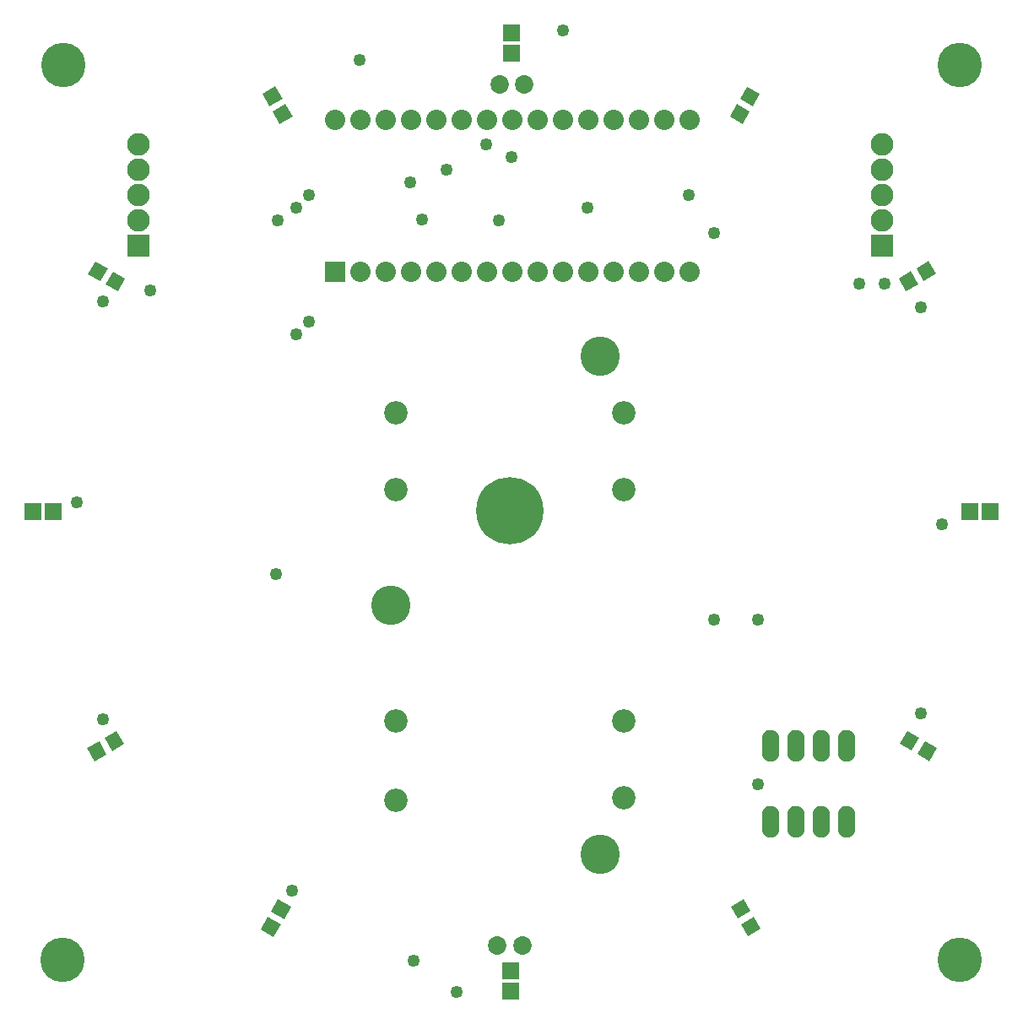
<source format=gbs>
G04 MADE WITH FRITZING*
G04 WWW.FRITZING.ORG*
G04 DOUBLE SIDED*
G04 HOLES PLATED*
G04 CONTOUR ON CENTER OF CONTOUR VECTOR*
%ASAXBY*%
%FSLAX23Y23*%
%MOIN*%
%OFA0B0*%
%SFA1.0B1.0*%
%ADD10C,0.049370*%
%ADD11C,0.068189*%
%ADD12C,0.072992*%
%ADD13C,0.080000*%
%ADD14C,0.092677*%
%ADD15C,0.265905*%
%ADD16C,0.155669*%
%ADD17C,0.175354*%
%ADD18C,0.089370*%
%ADD19R,0.080000X0.079972*%
%ADD20R,0.069055X0.065118*%
%ADD21R,0.089370X0.089370*%
%ADD22R,0.065118X0.069055*%
%ADD23C,0.010000*%
%ADD24R,0.001000X0.001000*%
%LNMASK0*%
G90*
G70*
G54D10*
X1754Y71D03*
X2173Y3867D03*
X1039Y1722D03*
X1047Y3119D03*
X1617Y3122D03*
X2769Y3067D03*
X3588Y2775D03*
X3669Y1917D03*
X1370Y3752D03*
X3586Y1172D03*
X1583Y193D03*
X1102Y470D03*
X358Y1147D03*
X255Y2003D03*
X358Y2797D03*
X2769Y1542D03*
X1919Y3117D03*
G54D11*
X2994Y742D03*
X3094Y742D03*
X3194Y742D03*
X3294Y742D03*
X3294Y1042D03*
X3194Y1042D03*
X3094Y1042D03*
X2994Y1042D03*
G54D12*
X1914Y255D03*
X2012Y255D03*
X1914Y255D03*
X2012Y255D03*
X2021Y3655D03*
X1922Y3655D03*
X2021Y3655D03*
X1922Y3655D03*
G54D13*
X1273Y2914D03*
X1373Y2914D03*
X1473Y2914D03*
X1573Y2914D03*
X1673Y2914D03*
X1773Y2914D03*
X1873Y2914D03*
X1973Y2914D03*
X2073Y2914D03*
X2173Y2914D03*
X2273Y2914D03*
X2373Y2914D03*
X2473Y2914D03*
X2573Y2914D03*
X2673Y2914D03*
X1273Y3514D03*
X1373Y3514D03*
X1473Y3514D03*
X1573Y3514D03*
X1673Y3514D03*
X1773Y3514D03*
X1873Y3514D03*
X1973Y3514D03*
X2073Y3514D03*
X2173Y3514D03*
X2273Y3514D03*
X2373Y3514D03*
X2473Y3514D03*
X2573Y3514D03*
X2673Y3514D03*
G54D10*
X544Y2842D03*
X1119Y2667D03*
X1169Y2717D03*
X1169Y3217D03*
X1119Y3167D03*
X2269Y3167D03*
X2669Y3217D03*
X2944Y1542D03*
X3444Y2867D03*
X2944Y892D03*
X3344Y2867D03*
X1713Y3317D03*
X1969Y3367D03*
X1569Y3267D03*
X1869Y3417D03*
G54D14*
X2415Y2358D03*
X2415Y2055D03*
X1515Y2055D03*
X1515Y2358D03*
X1515Y829D03*
X1515Y1140D03*
X2415Y1140D03*
X2415Y837D03*
G54D15*
X1965Y1971D03*
G54D16*
X2319Y2582D03*
X1492Y1597D03*
X2319Y613D03*
G54D17*
X3741Y198D03*
X197Y196D03*
X3740Y3730D03*
X200Y3731D03*
G54D18*
X497Y3016D03*
X497Y3116D03*
X497Y3216D03*
X497Y3316D03*
X497Y3416D03*
X3433Y3017D03*
X3433Y3117D03*
X3433Y3217D03*
X3433Y3317D03*
X3433Y3417D03*
G54D19*
X1273Y2914D03*
G54D20*
X1970Y3859D03*
X1970Y3778D03*
G54D21*
X497Y3016D03*
X3433Y3017D03*
G54D22*
X79Y1969D03*
X160Y1969D03*
G54D20*
X1967Y73D03*
X1967Y154D03*
G54D22*
X3861Y1966D03*
X3780Y1966D03*
G54D23*
G36*
X298Y2904D02*
X328Y2955D01*
X376Y2928D01*
X346Y2877D01*
X298Y2904D01*
G37*
D02*
G36*
X368Y2864D02*
X398Y2915D01*
X445Y2887D01*
X416Y2836D01*
X368Y2864D01*
G37*
D02*
G36*
X2900Y3645D02*
X2951Y3616D01*
X2924Y3568D01*
X2873Y3598D01*
X2900Y3645D01*
G37*
D02*
G36*
X2860Y3576D02*
X2911Y3546D01*
X2884Y3498D01*
X2832Y3528D01*
X2860Y3576D01*
G37*
D02*
G36*
X3616Y2957D02*
X3646Y2906D01*
X3598Y2878D01*
X3569Y2929D01*
X3616Y2957D01*
G37*
D02*
G36*
X3547Y2917D02*
X3576Y2865D01*
X3528Y2838D01*
X3499Y2889D01*
X3547Y2917D01*
G37*
D02*
G36*
X323Y982D02*
X294Y1033D01*
X342Y1060D01*
X371Y1009D01*
X323Y982D01*
G37*
D02*
G36*
X393Y1022D02*
X364Y1073D01*
X411Y1101D01*
X441Y1050D01*
X393Y1022D01*
G37*
D02*
G36*
X1031Y289D02*
X980Y319D01*
X1008Y366D01*
X1059Y337D01*
X1031Y289D01*
G37*
D02*
G36*
X1072Y359D02*
X1021Y389D01*
X1048Y436D01*
X1099Y407D01*
X1072Y359D01*
G37*
D02*
G36*
X2955Y321D02*
X2904Y291D01*
X2877Y339D01*
X2928Y368D01*
X2955Y321D01*
G37*
D02*
G36*
X2915Y391D02*
X2864Y361D01*
X2836Y409D01*
X2887Y438D01*
X2915Y391D01*
G37*
D02*
G36*
X987Y3617D02*
X1038Y3646D01*
X1066Y3598D01*
X1014Y3569D01*
X987Y3617D01*
G37*
D02*
G36*
X1027Y3547D02*
X1078Y3576D01*
X1106Y3529D01*
X1055Y3499D01*
X1027Y3547D01*
G37*
D02*
G36*
X3650Y1034D02*
X3620Y982D01*
X3573Y1010D01*
X3602Y1061D01*
X3650Y1034D01*
G37*
D02*
G36*
X3580Y1074D02*
X3551Y1023D01*
X3503Y1050D01*
X3532Y1101D01*
X3580Y1074D01*
G37*
D02*
G54D24*
X2988Y1105D02*
X2999Y1105D01*
X3088Y1105D02*
X3099Y1105D01*
X3188Y1105D02*
X3199Y1105D01*
X3288Y1105D02*
X3299Y1105D01*
X2984Y1104D02*
X3003Y1104D01*
X3084Y1104D02*
X3103Y1104D01*
X3184Y1104D02*
X3203Y1104D01*
X3284Y1104D02*
X3303Y1104D01*
X2981Y1103D02*
X3006Y1103D01*
X3081Y1103D02*
X3106Y1103D01*
X3181Y1103D02*
X3206Y1103D01*
X3281Y1103D02*
X3306Y1103D01*
X2979Y1102D02*
X3008Y1102D01*
X3079Y1102D02*
X3108Y1102D01*
X3179Y1102D02*
X3208Y1102D01*
X3279Y1102D02*
X3308Y1102D01*
X2977Y1101D02*
X3010Y1101D01*
X3077Y1101D02*
X3110Y1101D01*
X3177Y1101D02*
X3210Y1101D01*
X3277Y1101D02*
X3310Y1101D01*
X2975Y1100D02*
X3012Y1100D01*
X3075Y1100D02*
X3112Y1100D01*
X3175Y1100D02*
X3212Y1100D01*
X3275Y1100D02*
X3312Y1100D01*
X2974Y1099D02*
X3013Y1099D01*
X3074Y1099D02*
X3113Y1099D01*
X3174Y1099D02*
X3213Y1099D01*
X3274Y1099D02*
X3313Y1099D01*
X2973Y1098D02*
X3014Y1098D01*
X3073Y1098D02*
X3114Y1098D01*
X3173Y1098D02*
X3214Y1098D01*
X3273Y1098D02*
X3314Y1098D01*
X2971Y1097D02*
X3016Y1097D01*
X3071Y1097D02*
X3116Y1097D01*
X3171Y1097D02*
X3216Y1097D01*
X3271Y1097D02*
X3316Y1097D01*
X2970Y1096D02*
X3017Y1096D01*
X3070Y1096D02*
X3117Y1096D01*
X3170Y1096D02*
X3217Y1096D01*
X3270Y1096D02*
X3317Y1096D01*
X2969Y1095D02*
X3018Y1095D01*
X3069Y1095D02*
X3118Y1095D01*
X3169Y1095D02*
X3218Y1095D01*
X3269Y1095D02*
X3318Y1095D01*
X2968Y1094D02*
X3019Y1094D01*
X3068Y1094D02*
X3119Y1094D01*
X3168Y1094D02*
X3219Y1094D01*
X3268Y1094D02*
X3319Y1094D01*
X2968Y1093D02*
X3019Y1093D01*
X3068Y1093D02*
X3119Y1093D01*
X3168Y1093D02*
X3219Y1093D01*
X3268Y1093D02*
X3319Y1093D01*
X2967Y1092D02*
X3020Y1092D01*
X3067Y1092D02*
X3120Y1092D01*
X3167Y1092D02*
X3220Y1092D01*
X3267Y1092D02*
X3320Y1092D01*
X2966Y1091D02*
X3021Y1091D01*
X3066Y1091D02*
X3121Y1091D01*
X3166Y1091D02*
X3221Y1091D01*
X3266Y1091D02*
X3321Y1091D01*
X2965Y1090D02*
X3022Y1090D01*
X3065Y1090D02*
X3122Y1090D01*
X3165Y1090D02*
X3222Y1090D01*
X3265Y1090D02*
X3322Y1090D01*
X2965Y1089D02*
X3022Y1089D01*
X3065Y1089D02*
X3122Y1089D01*
X3165Y1089D02*
X3222Y1089D01*
X3265Y1089D02*
X3322Y1089D01*
X2964Y1088D02*
X3023Y1088D01*
X3064Y1088D02*
X3123Y1088D01*
X3164Y1088D02*
X3223Y1088D01*
X3264Y1088D02*
X3323Y1088D01*
X2964Y1087D02*
X3023Y1087D01*
X3064Y1087D02*
X3123Y1087D01*
X3164Y1087D02*
X3223Y1087D01*
X3264Y1087D02*
X3323Y1087D01*
X2963Y1086D02*
X3024Y1086D01*
X3063Y1086D02*
X3124Y1086D01*
X3163Y1086D02*
X3224Y1086D01*
X3263Y1086D02*
X3324Y1086D01*
X2963Y1085D02*
X3024Y1085D01*
X3063Y1085D02*
X3124Y1085D01*
X3163Y1085D02*
X3224Y1085D01*
X3263Y1085D02*
X3324Y1085D01*
X2962Y1084D02*
X3025Y1084D01*
X3062Y1084D02*
X3125Y1084D01*
X3162Y1084D02*
X3225Y1084D01*
X3262Y1084D02*
X3325Y1084D01*
X2962Y1083D02*
X3025Y1083D01*
X3062Y1083D02*
X3125Y1083D01*
X3162Y1083D02*
X3225Y1083D01*
X3262Y1083D02*
X3325Y1083D01*
X2962Y1082D02*
X3025Y1082D01*
X3062Y1082D02*
X3125Y1082D01*
X3162Y1082D02*
X3225Y1082D01*
X3262Y1082D02*
X3325Y1082D01*
X2961Y1081D02*
X3026Y1081D01*
X3061Y1081D02*
X3126Y1081D01*
X3161Y1081D02*
X3226Y1081D01*
X3261Y1081D02*
X3326Y1081D01*
X2961Y1080D02*
X3026Y1080D01*
X3061Y1080D02*
X3126Y1080D01*
X3161Y1080D02*
X3226Y1080D01*
X3261Y1080D02*
X3326Y1080D01*
X2961Y1079D02*
X3026Y1079D01*
X3061Y1079D02*
X3126Y1079D01*
X3161Y1079D02*
X3226Y1079D01*
X3261Y1079D02*
X3326Y1079D01*
X2961Y1078D02*
X3026Y1078D01*
X3061Y1078D02*
X3126Y1078D01*
X3161Y1078D02*
X3226Y1078D01*
X3261Y1078D02*
X3326Y1078D01*
X2960Y1077D02*
X3027Y1077D01*
X3060Y1077D02*
X3127Y1077D01*
X3160Y1077D02*
X3227Y1077D01*
X3260Y1077D02*
X3327Y1077D01*
X2960Y1076D02*
X3027Y1076D01*
X3060Y1076D02*
X3127Y1076D01*
X3160Y1076D02*
X3227Y1076D01*
X3260Y1076D02*
X3327Y1076D01*
X2960Y1075D02*
X3027Y1075D01*
X3060Y1075D02*
X3127Y1075D01*
X3160Y1075D02*
X3227Y1075D01*
X3260Y1075D02*
X3327Y1075D01*
X2960Y1074D02*
X3027Y1074D01*
X3060Y1074D02*
X3127Y1074D01*
X3160Y1074D02*
X3227Y1074D01*
X3260Y1074D02*
X3327Y1074D01*
X2960Y1073D02*
X3027Y1073D01*
X3060Y1073D02*
X3127Y1073D01*
X3160Y1073D02*
X3227Y1073D01*
X3260Y1073D02*
X3327Y1073D01*
X2960Y1072D02*
X3027Y1072D01*
X3060Y1072D02*
X3127Y1072D01*
X3160Y1072D02*
X3227Y1072D01*
X3260Y1072D02*
X3327Y1072D01*
X2960Y1071D02*
X3027Y1071D01*
X3060Y1071D02*
X3127Y1071D01*
X3160Y1071D02*
X3227Y1071D01*
X3260Y1071D02*
X3327Y1071D01*
X2960Y1070D02*
X3027Y1070D01*
X3060Y1070D02*
X3127Y1070D01*
X3160Y1070D02*
X3227Y1070D01*
X3260Y1070D02*
X3327Y1070D01*
X2960Y1069D02*
X3027Y1069D01*
X3060Y1069D02*
X3127Y1069D01*
X3160Y1069D02*
X3227Y1069D01*
X3260Y1069D02*
X3327Y1069D01*
X2960Y1068D02*
X3027Y1068D01*
X3060Y1068D02*
X3127Y1068D01*
X3160Y1068D02*
X3227Y1068D01*
X3260Y1068D02*
X3327Y1068D01*
X2960Y1067D02*
X3027Y1067D01*
X3060Y1067D02*
X3127Y1067D01*
X3160Y1067D02*
X3227Y1067D01*
X3260Y1067D02*
X3327Y1067D01*
X2960Y1066D02*
X3027Y1066D01*
X3060Y1066D02*
X3127Y1066D01*
X3160Y1066D02*
X3227Y1066D01*
X3260Y1066D02*
X3327Y1066D01*
X2960Y1065D02*
X3027Y1065D01*
X3060Y1065D02*
X3127Y1065D01*
X3160Y1065D02*
X3227Y1065D01*
X3260Y1065D02*
X3327Y1065D01*
X2960Y1064D02*
X3027Y1064D01*
X3060Y1064D02*
X3127Y1064D01*
X3160Y1064D02*
X3227Y1064D01*
X3260Y1064D02*
X3327Y1064D01*
X2960Y1063D02*
X3027Y1063D01*
X3060Y1063D02*
X3127Y1063D01*
X3160Y1063D02*
X3227Y1063D01*
X3260Y1063D02*
X3327Y1063D01*
X2960Y1062D02*
X3027Y1062D01*
X3060Y1062D02*
X3127Y1062D01*
X3160Y1062D02*
X3227Y1062D01*
X3260Y1062D02*
X3327Y1062D01*
X2960Y1061D02*
X3027Y1061D01*
X3060Y1061D02*
X3127Y1061D01*
X3160Y1061D02*
X3227Y1061D01*
X3260Y1061D02*
X3327Y1061D01*
X2960Y1060D02*
X3027Y1060D01*
X3060Y1060D02*
X3127Y1060D01*
X3160Y1060D02*
X3227Y1060D01*
X3260Y1060D02*
X3327Y1060D01*
X2960Y1059D02*
X3027Y1059D01*
X3060Y1059D02*
X3127Y1059D01*
X3160Y1059D02*
X3227Y1059D01*
X3260Y1059D02*
X3327Y1059D01*
X2960Y1058D02*
X3027Y1058D01*
X3060Y1058D02*
X3127Y1058D01*
X3160Y1058D02*
X3227Y1058D01*
X3260Y1058D02*
X3327Y1058D01*
X2960Y1057D02*
X3027Y1057D01*
X3060Y1057D02*
X3127Y1057D01*
X3160Y1057D02*
X3227Y1057D01*
X3260Y1057D02*
X3327Y1057D01*
X2960Y1056D02*
X2989Y1056D01*
X2998Y1056D02*
X3027Y1056D01*
X3060Y1056D02*
X3089Y1056D01*
X3098Y1056D02*
X3127Y1056D01*
X3160Y1056D02*
X3189Y1056D01*
X3198Y1056D02*
X3227Y1056D01*
X3260Y1056D02*
X3289Y1056D01*
X3298Y1056D02*
X3327Y1056D01*
X2960Y1055D02*
X2987Y1055D01*
X3000Y1055D02*
X3027Y1055D01*
X3060Y1055D02*
X3087Y1055D01*
X3100Y1055D02*
X3127Y1055D01*
X3160Y1055D02*
X3187Y1055D01*
X3200Y1055D02*
X3227Y1055D01*
X3260Y1055D02*
X3287Y1055D01*
X3300Y1055D02*
X3327Y1055D01*
X2960Y1054D02*
X2985Y1054D01*
X3002Y1054D02*
X3027Y1054D01*
X3060Y1054D02*
X3085Y1054D01*
X3102Y1054D02*
X3127Y1054D01*
X3160Y1054D02*
X3185Y1054D01*
X3202Y1054D02*
X3227Y1054D01*
X3260Y1054D02*
X3285Y1054D01*
X3302Y1054D02*
X3327Y1054D01*
X2960Y1053D02*
X2984Y1053D01*
X3003Y1053D02*
X3027Y1053D01*
X3060Y1053D02*
X3084Y1053D01*
X3103Y1053D02*
X3127Y1053D01*
X3160Y1053D02*
X3184Y1053D01*
X3203Y1053D02*
X3227Y1053D01*
X3260Y1053D02*
X3284Y1053D01*
X3303Y1053D02*
X3327Y1053D01*
X2960Y1052D02*
X2983Y1052D01*
X3004Y1052D02*
X3027Y1052D01*
X3060Y1052D02*
X3083Y1052D01*
X3104Y1052D02*
X3127Y1052D01*
X3160Y1052D02*
X3183Y1052D01*
X3204Y1052D02*
X3227Y1052D01*
X3260Y1052D02*
X3283Y1052D01*
X3304Y1052D02*
X3327Y1052D01*
X2960Y1051D02*
X2982Y1051D01*
X3005Y1051D02*
X3027Y1051D01*
X3060Y1051D02*
X3082Y1051D01*
X3105Y1051D02*
X3127Y1051D01*
X3160Y1051D02*
X3182Y1051D01*
X3205Y1051D02*
X3227Y1051D01*
X3260Y1051D02*
X3282Y1051D01*
X3305Y1051D02*
X3327Y1051D01*
X2960Y1050D02*
X2981Y1050D01*
X3006Y1050D02*
X3027Y1050D01*
X3060Y1050D02*
X3081Y1050D01*
X3106Y1050D02*
X3127Y1050D01*
X3160Y1050D02*
X3181Y1050D01*
X3206Y1050D02*
X3227Y1050D01*
X3260Y1050D02*
X3281Y1050D01*
X3306Y1050D02*
X3327Y1050D01*
X2960Y1049D02*
X2981Y1049D01*
X3006Y1049D02*
X3027Y1049D01*
X3060Y1049D02*
X3081Y1049D01*
X3106Y1049D02*
X3127Y1049D01*
X3160Y1049D02*
X3181Y1049D01*
X3206Y1049D02*
X3227Y1049D01*
X3260Y1049D02*
X3281Y1049D01*
X3306Y1049D02*
X3327Y1049D01*
X2960Y1048D02*
X2980Y1048D01*
X3007Y1048D02*
X3027Y1048D01*
X3060Y1048D02*
X3080Y1048D01*
X3107Y1048D02*
X3127Y1048D01*
X3160Y1048D02*
X3180Y1048D01*
X3207Y1048D02*
X3227Y1048D01*
X3260Y1048D02*
X3280Y1048D01*
X3307Y1048D02*
X3327Y1048D01*
X2960Y1047D02*
X2980Y1047D01*
X3007Y1047D02*
X3027Y1047D01*
X3060Y1047D02*
X3080Y1047D01*
X3107Y1047D02*
X3127Y1047D01*
X3160Y1047D02*
X3180Y1047D01*
X3207Y1047D02*
X3227Y1047D01*
X3260Y1047D02*
X3280Y1047D01*
X3307Y1047D02*
X3327Y1047D01*
X2960Y1046D02*
X2979Y1046D01*
X3008Y1046D02*
X3027Y1046D01*
X3060Y1046D02*
X3079Y1046D01*
X3108Y1046D02*
X3127Y1046D01*
X3160Y1046D02*
X3179Y1046D01*
X3208Y1046D02*
X3227Y1046D01*
X3260Y1046D02*
X3279Y1046D01*
X3308Y1046D02*
X3327Y1046D01*
X2960Y1045D02*
X2979Y1045D01*
X3008Y1045D02*
X3027Y1045D01*
X3060Y1045D02*
X3079Y1045D01*
X3108Y1045D02*
X3127Y1045D01*
X3160Y1045D02*
X3179Y1045D01*
X3208Y1045D02*
X3227Y1045D01*
X3260Y1045D02*
X3279Y1045D01*
X3308Y1045D02*
X3327Y1045D01*
X2960Y1044D02*
X2979Y1044D01*
X3008Y1044D02*
X3027Y1044D01*
X3060Y1044D02*
X3079Y1044D01*
X3108Y1044D02*
X3127Y1044D01*
X3160Y1044D02*
X3179Y1044D01*
X3208Y1044D02*
X3227Y1044D01*
X3260Y1044D02*
X3279Y1044D01*
X3308Y1044D02*
X3327Y1044D01*
X2960Y1043D02*
X2979Y1043D01*
X3008Y1043D02*
X3027Y1043D01*
X3060Y1043D02*
X3079Y1043D01*
X3108Y1043D02*
X3127Y1043D01*
X3160Y1043D02*
X3179Y1043D01*
X3208Y1043D02*
X3227Y1043D01*
X3260Y1043D02*
X3279Y1043D01*
X3308Y1043D02*
X3327Y1043D01*
X2960Y1042D02*
X2979Y1042D01*
X3008Y1042D02*
X3027Y1042D01*
X3060Y1042D02*
X3079Y1042D01*
X3108Y1042D02*
X3127Y1042D01*
X3160Y1042D02*
X3179Y1042D01*
X3208Y1042D02*
X3227Y1042D01*
X3260Y1042D02*
X3279Y1042D01*
X3308Y1042D02*
X3327Y1042D01*
X2960Y1041D02*
X2979Y1041D01*
X3008Y1041D02*
X3027Y1041D01*
X3060Y1041D02*
X3079Y1041D01*
X3108Y1041D02*
X3127Y1041D01*
X3160Y1041D02*
X3179Y1041D01*
X3208Y1041D02*
X3227Y1041D01*
X3260Y1041D02*
X3279Y1041D01*
X3308Y1041D02*
X3327Y1041D01*
X2960Y1040D02*
X2979Y1040D01*
X3008Y1040D02*
X3027Y1040D01*
X3060Y1040D02*
X3079Y1040D01*
X3108Y1040D02*
X3127Y1040D01*
X3160Y1040D02*
X3179Y1040D01*
X3208Y1040D02*
X3227Y1040D01*
X3260Y1040D02*
X3279Y1040D01*
X3308Y1040D02*
X3327Y1040D01*
X2960Y1039D02*
X2979Y1039D01*
X3008Y1039D02*
X3027Y1039D01*
X3060Y1039D02*
X3079Y1039D01*
X3108Y1039D02*
X3127Y1039D01*
X3160Y1039D02*
X3179Y1039D01*
X3208Y1039D02*
X3227Y1039D01*
X3260Y1039D02*
X3279Y1039D01*
X3308Y1039D02*
X3327Y1039D01*
X2960Y1038D02*
X2980Y1038D01*
X3007Y1038D02*
X3027Y1038D01*
X3060Y1038D02*
X3080Y1038D01*
X3107Y1038D02*
X3127Y1038D01*
X3160Y1038D02*
X3180Y1038D01*
X3207Y1038D02*
X3227Y1038D01*
X3260Y1038D02*
X3280Y1038D01*
X3307Y1038D02*
X3327Y1038D01*
X2960Y1037D02*
X2980Y1037D01*
X3007Y1037D02*
X3027Y1037D01*
X3060Y1037D02*
X3080Y1037D01*
X3107Y1037D02*
X3127Y1037D01*
X3160Y1037D02*
X3180Y1037D01*
X3207Y1037D02*
X3227Y1037D01*
X3260Y1037D02*
X3280Y1037D01*
X3307Y1037D02*
X3327Y1037D01*
X2960Y1036D02*
X2980Y1036D01*
X3007Y1036D02*
X3027Y1036D01*
X3060Y1036D02*
X3080Y1036D01*
X3107Y1036D02*
X3127Y1036D01*
X3160Y1036D02*
X3180Y1036D01*
X3207Y1036D02*
X3227Y1036D01*
X3260Y1036D02*
X3280Y1036D01*
X3307Y1036D02*
X3327Y1036D01*
X2960Y1035D02*
X2981Y1035D01*
X3006Y1035D02*
X3027Y1035D01*
X3060Y1035D02*
X3081Y1035D01*
X3106Y1035D02*
X3127Y1035D01*
X3160Y1035D02*
X3181Y1035D01*
X3206Y1035D02*
X3227Y1035D01*
X3260Y1035D02*
X3281Y1035D01*
X3306Y1035D02*
X3327Y1035D01*
X2960Y1034D02*
X2982Y1034D01*
X3005Y1034D02*
X3027Y1034D01*
X3060Y1034D02*
X3082Y1034D01*
X3105Y1034D02*
X3127Y1034D01*
X3160Y1034D02*
X3182Y1034D01*
X3205Y1034D02*
X3227Y1034D01*
X3260Y1034D02*
X3282Y1034D01*
X3305Y1034D02*
X3327Y1034D01*
X2960Y1033D02*
X2983Y1033D01*
X3004Y1033D02*
X3027Y1033D01*
X3060Y1033D02*
X3083Y1033D01*
X3104Y1033D02*
X3127Y1033D01*
X3160Y1033D02*
X3183Y1033D01*
X3204Y1033D02*
X3227Y1033D01*
X3260Y1033D02*
X3283Y1033D01*
X3304Y1033D02*
X3327Y1033D01*
X2960Y1032D02*
X2984Y1032D01*
X3003Y1032D02*
X3027Y1032D01*
X3060Y1032D02*
X3084Y1032D01*
X3103Y1032D02*
X3127Y1032D01*
X3160Y1032D02*
X3184Y1032D01*
X3203Y1032D02*
X3227Y1032D01*
X3260Y1032D02*
X3284Y1032D01*
X3303Y1032D02*
X3327Y1032D01*
X2960Y1031D02*
X2985Y1031D01*
X3002Y1031D02*
X3027Y1031D01*
X3060Y1031D02*
X3085Y1031D01*
X3102Y1031D02*
X3127Y1031D01*
X3160Y1031D02*
X3185Y1031D01*
X3202Y1031D02*
X3227Y1031D01*
X3260Y1031D02*
X3285Y1031D01*
X3302Y1031D02*
X3327Y1031D01*
X2960Y1030D02*
X2986Y1030D01*
X3001Y1030D02*
X3027Y1030D01*
X3060Y1030D02*
X3086Y1030D01*
X3101Y1030D02*
X3127Y1030D01*
X3160Y1030D02*
X3186Y1030D01*
X3201Y1030D02*
X3227Y1030D01*
X3260Y1030D02*
X3286Y1030D01*
X3301Y1030D02*
X3327Y1030D01*
X2960Y1029D02*
X2989Y1029D01*
X2999Y1029D02*
X3027Y1029D01*
X3060Y1029D02*
X3089Y1029D01*
X3099Y1029D02*
X3127Y1029D01*
X3160Y1029D02*
X3189Y1029D01*
X3199Y1029D02*
X3227Y1029D01*
X3260Y1029D02*
X3289Y1029D01*
X3299Y1029D02*
X3327Y1029D01*
X2960Y1028D02*
X3027Y1028D01*
X3060Y1028D02*
X3127Y1028D01*
X3160Y1028D02*
X3227Y1028D01*
X3260Y1028D02*
X3327Y1028D01*
X2960Y1027D02*
X3027Y1027D01*
X3060Y1027D02*
X3127Y1027D01*
X3160Y1027D02*
X3227Y1027D01*
X3260Y1027D02*
X3327Y1027D01*
X2960Y1026D02*
X3027Y1026D01*
X3060Y1026D02*
X3127Y1026D01*
X3160Y1026D02*
X3227Y1026D01*
X3260Y1026D02*
X3327Y1026D01*
X2960Y1025D02*
X3027Y1025D01*
X3060Y1025D02*
X3127Y1025D01*
X3160Y1025D02*
X3227Y1025D01*
X3260Y1025D02*
X3327Y1025D01*
X2960Y1024D02*
X3027Y1024D01*
X3060Y1024D02*
X3127Y1024D01*
X3160Y1024D02*
X3227Y1024D01*
X3260Y1024D02*
X3327Y1024D01*
X2960Y1023D02*
X3027Y1023D01*
X3060Y1023D02*
X3127Y1023D01*
X3160Y1023D02*
X3227Y1023D01*
X3260Y1023D02*
X3327Y1023D01*
X2960Y1022D02*
X3027Y1022D01*
X3060Y1022D02*
X3127Y1022D01*
X3160Y1022D02*
X3227Y1022D01*
X3260Y1022D02*
X3327Y1022D01*
X2960Y1021D02*
X3027Y1021D01*
X3060Y1021D02*
X3127Y1021D01*
X3160Y1021D02*
X3227Y1021D01*
X3260Y1021D02*
X3327Y1021D01*
X2960Y1020D02*
X3027Y1020D01*
X3060Y1020D02*
X3127Y1020D01*
X3160Y1020D02*
X3227Y1020D01*
X3260Y1020D02*
X3327Y1020D01*
X2960Y1019D02*
X3027Y1019D01*
X3060Y1019D02*
X3127Y1019D01*
X3160Y1019D02*
X3227Y1019D01*
X3260Y1019D02*
X3327Y1019D01*
X2960Y1018D02*
X3027Y1018D01*
X3060Y1018D02*
X3127Y1018D01*
X3160Y1018D02*
X3227Y1018D01*
X3260Y1018D02*
X3327Y1018D01*
X2960Y1017D02*
X3027Y1017D01*
X3060Y1017D02*
X3127Y1017D01*
X3160Y1017D02*
X3227Y1017D01*
X3260Y1017D02*
X3327Y1017D01*
X2960Y1016D02*
X3027Y1016D01*
X3060Y1016D02*
X3127Y1016D01*
X3160Y1016D02*
X3227Y1016D01*
X3260Y1016D02*
X3327Y1016D01*
X2960Y1015D02*
X3027Y1015D01*
X3060Y1015D02*
X3127Y1015D01*
X3160Y1015D02*
X3227Y1015D01*
X3260Y1015D02*
X3327Y1015D01*
X2960Y1014D02*
X3027Y1014D01*
X3060Y1014D02*
X3127Y1014D01*
X3160Y1014D02*
X3227Y1014D01*
X3260Y1014D02*
X3327Y1014D01*
X2960Y1013D02*
X3027Y1013D01*
X3060Y1013D02*
X3127Y1013D01*
X3160Y1013D02*
X3227Y1013D01*
X3260Y1013D02*
X3327Y1013D01*
X2960Y1012D02*
X3027Y1012D01*
X3060Y1012D02*
X3127Y1012D01*
X3160Y1012D02*
X3227Y1012D01*
X3260Y1012D02*
X3327Y1012D01*
X2960Y1011D02*
X3027Y1011D01*
X3060Y1011D02*
X3127Y1011D01*
X3160Y1011D02*
X3227Y1011D01*
X3260Y1011D02*
X3327Y1011D01*
X2960Y1010D02*
X3027Y1010D01*
X3060Y1010D02*
X3127Y1010D01*
X3160Y1010D02*
X3227Y1010D01*
X3260Y1010D02*
X3327Y1010D01*
X2960Y1009D02*
X3027Y1009D01*
X3060Y1009D02*
X3127Y1009D01*
X3160Y1009D02*
X3227Y1009D01*
X3260Y1009D02*
X3327Y1009D01*
X2960Y1008D02*
X3027Y1008D01*
X3060Y1008D02*
X3127Y1008D01*
X3160Y1008D02*
X3227Y1008D01*
X3260Y1008D02*
X3327Y1008D01*
X2961Y1007D02*
X3026Y1007D01*
X3061Y1007D02*
X3126Y1007D01*
X3161Y1007D02*
X3226Y1007D01*
X3261Y1007D02*
X3326Y1007D01*
X2961Y1006D02*
X3026Y1006D01*
X3061Y1006D02*
X3126Y1006D01*
X3161Y1006D02*
X3226Y1006D01*
X3261Y1006D02*
X3326Y1006D01*
X2961Y1005D02*
X3026Y1005D01*
X3061Y1005D02*
X3126Y1005D01*
X3161Y1005D02*
X3226Y1005D01*
X3261Y1005D02*
X3326Y1005D01*
X2961Y1004D02*
X3026Y1004D01*
X3061Y1004D02*
X3126Y1004D01*
X3161Y1004D02*
X3226Y1004D01*
X3261Y1004D02*
X3326Y1004D01*
X2962Y1003D02*
X3025Y1003D01*
X3062Y1003D02*
X3125Y1003D01*
X3162Y1003D02*
X3225Y1003D01*
X3262Y1003D02*
X3325Y1003D01*
X2962Y1002D02*
X3025Y1002D01*
X3062Y1002D02*
X3125Y1002D01*
X3162Y1002D02*
X3225Y1002D01*
X3262Y1002D02*
X3325Y1002D01*
X2962Y1001D02*
X3025Y1001D01*
X3062Y1001D02*
X3125Y1001D01*
X3162Y1001D02*
X3225Y1001D01*
X3262Y1001D02*
X3325Y1001D01*
X2963Y1000D02*
X3024Y1000D01*
X3063Y1000D02*
X3124Y1000D01*
X3163Y1000D02*
X3224Y1000D01*
X3263Y1000D02*
X3324Y1000D01*
X2963Y999D02*
X3024Y999D01*
X3063Y999D02*
X3124Y999D01*
X3163Y999D02*
X3224Y999D01*
X3263Y999D02*
X3324Y999D01*
X2964Y998D02*
X3023Y998D01*
X3064Y998D02*
X3123Y998D01*
X3164Y998D02*
X3223Y998D01*
X3264Y998D02*
X3323Y998D01*
X2964Y997D02*
X3023Y997D01*
X3064Y997D02*
X3123Y997D01*
X3164Y997D02*
X3223Y997D01*
X3264Y997D02*
X3323Y997D01*
X2965Y996D02*
X3022Y996D01*
X3065Y996D02*
X3122Y996D01*
X3165Y996D02*
X3222Y996D01*
X3265Y996D02*
X3322Y996D01*
X2965Y995D02*
X3022Y995D01*
X3065Y995D02*
X3122Y995D01*
X3165Y995D02*
X3222Y995D01*
X3265Y995D02*
X3322Y995D01*
X2966Y994D02*
X3021Y994D01*
X3066Y994D02*
X3121Y994D01*
X3166Y994D02*
X3221Y994D01*
X3266Y994D02*
X3321Y994D01*
X2967Y993D02*
X3020Y993D01*
X3067Y993D02*
X3120Y993D01*
X3167Y993D02*
X3220Y993D01*
X3267Y993D02*
X3320Y993D01*
X2967Y992D02*
X3020Y992D01*
X3067Y992D02*
X3120Y992D01*
X3167Y992D02*
X3220Y992D01*
X3267Y992D02*
X3320Y992D01*
X2968Y991D02*
X3019Y991D01*
X3068Y991D02*
X3119Y991D01*
X3168Y991D02*
X3219Y991D01*
X3268Y991D02*
X3319Y991D01*
X2969Y990D02*
X3018Y990D01*
X3069Y990D02*
X3118Y990D01*
X3169Y990D02*
X3218Y990D01*
X3269Y990D02*
X3318Y990D01*
X2970Y989D02*
X3017Y989D01*
X3070Y989D02*
X3117Y989D01*
X3170Y989D02*
X3217Y989D01*
X3270Y989D02*
X3317Y989D01*
X2971Y988D02*
X3016Y988D01*
X3071Y988D02*
X3116Y988D01*
X3171Y988D02*
X3216Y988D01*
X3271Y988D02*
X3316Y988D01*
X2972Y987D02*
X3015Y987D01*
X3072Y987D02*
X3115Y987D01*
X3172Y987D02*
X3215Y987D01*
X3272Y987D02*
X3315Y987D01*
X2974Y986D02*
X3013Y986D01*
X3074Y986D02*
X3113Y986D01*
X3174Y986D02*
X3213Y986D01*
X3274Y986D02*
X3313Y986D01*
X2975Y985D02*
X3012Y985D01*
X3075Y985D02*
X3112Y985D01*
X3175Y985D02*
X3212Y985D01*
X3275Y985D02*
X3312Y985D01*
X2977Y984D02*
X3010Y984D01*
X3077Y984D02*
X3110Y984D01*
X3177Y984D02*
X3210Y984D01*
X3277Y984D02*
X3310Y984D01*
X2979Y983D02*
X3008Y983D01*
X3079Y983D02*
X3108Y983D01*
X3179Y983D02*
X3208Y983D01*
X3279Y983D02*
X3308Y983D01*
X2981Y982D02*
X3006Y982D01*
X3081Y982D02*
X3106Y982D01*
X3181Y982D02*
X3206Y982D01*
X3281Y982D02*
X3306Y982D01*
X2983Y981D02*
X3004Y981D01*
X3083Y981D02*
X3104Y981D01*
X3183Y981D02*
X3204Y981D01*
X3283Y981D02*
X3304Y981D01*
X2987Y980D02*
X3000Y980D01*
X3087Y980D02*
X3100Y980D01*
X3187Y980D02*
X3200Y980D01*
X3287Y980D02*
X3300Y980D01*
X2988Y805D02*
X2999Y805D01*
X3088Y805D02*
X3099Y805D01*
X3188Y805D02*
X3199Y805D01*
X3288Y805D02*
X3299Y805D01*
X2984Y804D02*
X3003Y804D01*
X3084Y804D02*
X3103Y804D01*
X3184Y804D02*
X3203Y804D01*
X3284Y804D02*
X3303Y804D01*
X2981Y803D02*
X3006Y803D01*
X3081Y803D02*
X3106Y803D01*
X3181Y803D02*
X3206Y803D01*
X3281Y803D02*
X3306Y803D01*
X2979Y802D02*
X3008Y802D01*
X3079Y802D02*
X3108Y802D01*
X3179Y802D02*
X3208Y802D01*
X3279Y802D02*
X3308Y802D01*
X2977Y801D02*
X3010Y801D01*
X3077Y801D02*
X3110Y801D01*
X3177Y801D02*
X3210Y801D01*
X3277Y801D02*
X3310Y801D01*
X2975Y800D02*
X3012Y800D01*
X3075Y800D02*
X3112Y800D01*
X3175Y800D02*
X3212Y800D01*
X3275Y800D02*
X3312Y800D01*
X2974Y799D02*
X3013Y799D01*
X3074Y799D02*
X3113Y799D01*
X3174Y799D02*
X3213Y799D01*
X3274Y799D02*
X3313Y799D01*
X2973Y798D02*
X3014Y798D01*
X3073Y798D02*
X3114Y798D01*
X3173Y798D02*
X3214Y798D01*
X3273Y798D02*
X3314Y798D01*
X2971Y797D02*
X3016Y797D01*
X3071Y797D02*
X3116Y797D01*
X3171Y797D02*
X3216Y797D01*
X3271Y797D02*
X3316Y797D01*
X2970Y796D02*
X3017Y796D01*
X3070Y796D02*
X3117Y796D01*
X3170Y796D02*
X3217Y796D01*
X3270Y796D02*
X3317Y796D01*
X2969Y795D02*
X3018Y795D01*
X3069Y795D02*
X3118Y795D01*
X3169Y795D02*
X3218Y795D01*
X3269Y795D02*
X3318Y795D01*
X2968Y794D02*
X3019Y794D01*
X3068Y794D02*
X3119Y794D01*
X3168Y794D02*
X3219Y794D01*
X3268Y794D02*
X3319Y794D01*
X2968Y793D02*
X3019Y793D01*
X3068Y793D02*
X3119Y793D01*
X3168Y793D02*
X3219Y793D01*
X3268Y793D02*
X3319Y793D01*
X2967Y792D02*
X3020Y792D01*
X3067Y792D02*
X3120Y792D01*
X3167Y792D02*
X3220Y792D01*
X3267Y792D02*
X3320Y792D01*
X2966Y791D02*
X3021Y791D01*
X3066Y791D02*
X3121Y791D01*
X3166Y791D02*
X3221Y791D01*
X3266Y791D02*
X3321Y791D01*
X2965Y790D02*
X3022Y790D01*
X3065Y790D02*
X3122Y790D01*
X3165Y790D02*
X3222Y790D01*
X3265Y790D02*
X3322Y790D01*
X2965Y789D02*
X3022Y789D01*
X3065Y789D02*
X3122Y789D01*
X3165Y789D02*
X3222Y789D01*
X3265Y789D02*
X3322Y789D01*
X2964Y788D02*
X3023Y788D01*
X3064Y788D02*
X3123Y788D01*
X3164Y788D02*
X3223Y788D01*
X3264Y788D02*
X3323Y788D01*
X2964Y787D02*
X3023Y787D01*
X3064Y787D02*
X3123Y787D01*
X3164Y787D02*
X3223Y787D01*
X3264Y787D02*
X3323Y787D01*
X2963Y786D02*
X3024Y786D01*
X3063Y786D02*
X3124Y786D01*
X3163Y786D02*
X3224Y786D01*
X3263Y786D02*
X3324Y786D01*
X2963Y785D02*
X3024Y785D01*
X3063Y785D02*
X3124Y785D01*
X3163Y785D02*
X3224Y785D01*
X3263Y785D02*
X3324Y785D01*
X2962Y784D02*
X3025Y784D01*
X3062Y784D02*
X3125Y784D01*
X3162Y784D02*
X3225Y784D01*
X3262Y784D02*
X3325Y784D01*
X2962Y783D02*
X3025Y783D01*
X3062Y783D02*
X3125Y783D01*
X3162Y783D02*
X3225Y783D01*
X3262Y783D02*
X3325Y783D01*
X2962Y782D02*
X3025Y782D01*
X3062Y782D02*
X3125Y782D01*
X3162Y782D02*
X3225Y782D01*
X3262Y782D02*
X3325Y782D01*
X2961Y781D02*
X3026Y781D01*
X3061Y781D02*
X3126Y781D01*
X3161Y781D02*
X3226Y781D01*
X3261Y781D02*
X3326Y781D01*
X2961Y780D02*
X3026Y780D01*
X3061Y780D02*
X3126Y780D01*
X3161Y780D02*
X3226Y780D01*
X3261Y780D02*
X3326Y780D01*
X2961Y779D02*
X3026Y779D01*
X3061Y779D02*
X3126Y779D01*
X3161Y779D02*
X3226Y779D01*
X3261Y779D02*
X3326Y779D01*
X2961Y778D02*
X3026Y778D01*
X3061Y778D02*
X3126Y778D01*
X3161Y778D02*
X3226Y778D01*
X3261Y778D02*
X3326Y778D01*
X2960Y777D02*
X3027Y777D01*
X3060Y777D02*
X3127Y777D01*
X3160Y777D02*
X3227Y777D01*
X3260Y777D02*
X3327Y777D01*
X2960Y776D02*
X3027Y776D01*
X3060Y776D02*
X3127Y776D01*
X3160Y776D02*
X3227Y776D01*
X3260Y776D02*
X3327Y776D01*
X2960Y775D02*
X3027Y775D01*
X3060Y775D02*
X3127Y775D01*
X3160Y775D02*
X3227Y775D01*
X3260Y775D02*
X3327Y775D01*
X2960Y774D02*
X3027Y774D01*
X3060Y774D02*
X3127Y774D01*
X3160Y774D02*
X3227Y774D01*
X3260Y774D02*
X3327Y774D01*
X2960Y773D02*
X3027Y773D01*
X3060Y773D02*
X3127Y773D01*
X3160Y773D02*
X3227Y773D01*
X3260Y773D02*
X3327Y773D01*
X2960Y772D02*
X3027Y772D01*
X3060Y772D02*
X3127Y772D01*
X3160Y772D02*
X3227Y772D01*
X3260Y772D02*
X3327Y772D01*
X2960Y771D02*
X3027Y771D01*
X3060Y771D02*
X3127Y771D01*
X3160Y771D02*
X3227Y771D01*
X3260Y771D02*
X3327Y771D01*
X2960Y770D02*
X3027Y770D01*
X3060Y770D02*
X3127Y770D01*
X3160Y770D02*
X3227Y770D01*
X3260Y770D02*
X3327Y770D01*
X2960Y769D02*
X3027Y769D01*
X3060Y769D02*
X3127Y769D01*
X3160Y769D02*
X3227Y769D01*
X3260Y769D02*
X3327Y769D01*
X2960Y768D02*
X3027Y768D01*
X3060Y768D02*
X3127Y768D01*
X3160Y768D02*
X3227Y768D01*
X3260Y768D02*
X3327Y768D01*
X2960Y767D02*
X3027Y767D01*
X3060Y767D02*
X3127Y767D01*
X3160Y767D02*
X3227Y767D01*
X3260Y767D02*
X3327Y767D01*
X2960Y766D02*
X3027Y766D01*
X3060Y766D02*
X3127Y766D01*
X3160Y766D02*
X3227Y766D01*
X3260Y766D02*
X3327Y766D01*
X2960Y765D02*
X3027Y765D01*
X3060Y765D02*
X3127Y765D01*
X3160Y765D02*
X3227Y765D01*
X3260Y765D02*
X3327Y765D01*
X2960Y764D02*
X3027Y764D01*
X3060Y764D02*
X3127Y764D01*
X3160Y764D02*
X3227Y764D01*
X3260Y764D02*
X3327Y764D01*
X2960Y763D02*
X3027Y763D01*
X3060Y763D02*
X3127Y763D01*
X3160Y763D02*
X3227Y763D01*
X3260Y763D02*
X3327Y763D01*
X2960Y762D02*
X3027Y762D01*
X3060Y762D02*
X3127Y762D01*
X3160Y762D02*
X3227Y762D01*
X3260Y762D02*
X3327Y762D01*
X2960Y761D02*
X3027Y761D01*
X3060Y761D02*
X3127Y761D01*
X3160Y761D02*
X3227Y761D01*
X3260Y761D02*
X3327Y761D01*
X2960Y760D02*
X3027Y760D01*
X3060Y760D02*
X3127Y760D01*
X3160Y760D02*
X3227Y760D01*
X3260Y760D02*
X3327Y760D01*
X2960Y759D02*
X3027Y759D01*
X3060Y759D02*
X3127Y759D01*
X3160Y759D02*
X3227Y759D01*
X3260Y759D02*
X3327Y759D01*
X2960Y758D02*
X3027Y758D01*
X3060Y758D02*
X3127Y758D01*
X3160Y758D02*
X3227Y758D01*
X3260Y758D02*
X3327Y758D01*
X2960Y757D02*
X3027Y757D01*
X3060Y757D02*
X3127Y757D01*
X3160Y757D02*
X3227Y757D01*
X3260Y757D02*
X3327Y757D01*
X2960Y756D02*
X2989Y756D01*
X2998Y756D02*
X3027Y756D01*
X3060Y756D02*
X3089Y756D01*
X3098Y756D02*
X3127Y756D01*
X3160Y756D02*
X3189Y756D01*
X3198Y756D02*
X3227Y756D01*
X3260Y756D02*
X3289Y756D01*
X3298Y756D02*
X3327Y756D01*
X2960Y755D02*
X2987Y755D01*
X3000Y755D02*
X3027Y755D01*
X3060Y755D02*
X3087Y755D01*
X3100Y755D02*
X3127Y755D01*
X3160Y755D02*
X3187Y755D01*
X3200Y755D02*
X3227Y755D01*
X3260Y755D02*
X3287Y755D01*
X3300Y755D02*
X3327Y755D01*
X2960Y754D02*
X2985Y754D01*
X3002Y754D02*
X3027Y754D01*
X3060Y754D02*
X3085Y754D01*
X3102Y754D02*
X3127Y754D01*
X3160Y754D02*
X3185Y754D01*
X3202Y754D02*
X3227Y754D01*
X3260Y754D02*
X3285Y754D01*
X3302Y754D02*
X3327Y754D01*
X2960Y753D02*
X2984Y753D01*
X3003Y753D02*
X3027Y753D01*
X3060Y753D02*
X3084Y753D01*
X3103Y753D02*
X3127Y753D01*
X3160Y753D02*
X3184Y753D01*
X3203Y753D02*
X3227Y753D01*
X3260Y753D02*
X3284Y753D01*
X3303Y753D02*
X3327Y753D01*
X2960Y752D02*
X2983Y752D01*
X3004Y752D02*
X3027Y752D01*
X3060Y752D02*
X3083Y752D01*
X3104Y752D02*
X3127Y752D01*
X3160Y752D02*
X3183Y752D01*
X3204Y752D02*
X3227Y752D01*
X3260Y752D02*
X3283Y752D01*
X3304Y752D02*
X3327Y752D01*
X2960Y751D02*
X2982Y751D01*
X3005Y751D02*
X3027Y751D01*
X3060Y751D02*
X3082Y751D01*
X3105Y751D02*
X3127Y751D01*
X3160Y751D02*
X3182Y751D01*
X3205Y751D02*
X3227Y751D01*
X3260Y751D02*
X3282Y751D01*
X3305Y751D02*
X3327Y751D01*
X2960Y750D02*
X2981Y750D01*
X3006Y750D02*
X3027Y750D01*
X3060Y750D02*
X3081Y750D01*
X3106Y750D02*
X3127Y750D01*
X3160Y750D02*
X3181Y750D01*
X3206Y750D02*
X3227Y750D01*
X3260Y750D02*
X3281Y750D01*
X3306Y750D02*
X3327Y750D01*
X2960Y749D02*
X2981Y749D01*
X3006Y749D02*
X3027Y749D01*
X3060Y749D02*
X3081Y749D01*
X3106Y749D02*
X3127Y749D01*
X3160Y749D02*
X3181Y749D01*
X3206Y749D02*
X3227Y749D01*
X3260Y749D02*
X3281Y749D01*
X3306Y749D02*
X3327Y749D01*
X2960Y748D02*
X2980Y748D01*
X3007Y748D02*
X3027Y748D01*
X3060Y748D02*
X3080Y748D01*
X3107Y748D02*
X3127Y748D01*
X3160Y748D02*
X3180Y748D01*
X3207Y748D02*
X3227Y748D01*
X3260Y748D02*
X3280Y748D01*
X3307Y748D02*
X3327Y748D01*
X2960Y747D02*
X2980Y747D01*
X3007Y747D02*
X3027Y747D01*
X3060Y747D02*
X3080Y747D01*
X3107Y747D02*
X3127Y747D01*
X3160Y747D02*
X3180Y747D01*
X3207Y747D02*
X3227Y747D01*
X3260Y747D02*
X3280Y747D01*
X3307Y747D02*
X3327Y747D01*
X2960Y746D02*
X2979Y746D01*
X3008Y746D02*
X3027Y746D01*
X3060Y746D02*
X3079Y746D01*
X3108Y746D02*
X3127Y746D01*
X3160Y746D02*
X3179Y746D01*
X3208Y746D02*
X3227Y746D01*
X3260Y746D02*
X3279Y746D01*
X3308Y746D02*
X3327Y746D01*
X2960Y745D02*
X2979Y745D01*
X3008Y745D02*
X3027Y745D01*
X3060Y745D02*
X3079Y745D01*
X3108Y745D02*
X3127Y745D01*
X3160Y745D02*
X3179Y745D01*
X3208Y745D02*
X3227Y745D01*
X3260Y745D02*
X3279Y745D01*
X3308Y745D02*
X3327Y745D01*
X2960Y744D02*
X2979Y744D01*
X3008Y744D02*
X3027Y744D01*
X3060Y744D02*
X3079Y744D01*
X3108Y744D02*
X3127Y744D01*
X3160Y744D02*
X3179Y744D01*
X3208Y744D02*
X3227Y744D01*
X3260Y744D02*
X3279Y744D01*
X3308Y744D02*
X3327Y744D01*
X2960Y743D02*
X2979Y743D01*
X3008Y743D02*
X3027Y743D01*
X3060Y743D02*
X3079Y743D01*
X3108Y743D02*
X3127Y743D01*
X3160Y743D02*
X3179Y743D01*
X3208Y743D02*
X3227Y743D01*
X3260Y743D02*
X3279Y743D01*
X3308Y743D02*
X3327Y743D01*
X2960Y742D02*
X2979Y742D01*
X3008Y742D02*
X3027Y742D01*
X3060Y742D02*
X3079Y742D01*
X3108Y742D02*
X3127Y742D01*
X3160Y742D02*
X3179Y742D01*
X3208Y742D02*
X3227Y742D01*
X3260Y742D02*
X3279Y742D01*
X3308Y742D02*
X3327Y742D01*
X2960Y741D02*
X2979Y741D01*
X3008Y741D02*
X3027Y741D01*
X3060Y741D02*
X3079Y741D01*
X3108Y741D02*
X3127Y741D01*
X3160Y741D02*
X3179Y741D01*
X3208Y741D02*
X3227Y741D01*
X3260Y741D02*
X3279Y741D01*
X3308Y741D02*
X3327Y741D01*
X2960Y740D02*
X2979Y740D01*
X3008Y740D02*
X3027Y740D01*
X3060Y740D02*
X3079Y740D01*
X3108Y740D02*
X3127Y740D01*
X3160Y740D02*
X3179Y740D01*
X3208Y740D02*
X3227Y740D01*
X3260Y740D02*
X3279Y740D01*
X3308Y740D02*
X3327Y740D01*
X2960Y739D02*
X2979Y739D01*
X3008Y739D02*
X3027Y739D01*
X3060Y739D02*
X3079Y739D01*
X3108Y739D02*
X3127Y739D01*
X3160Y739D02*
X3179Y739D01*
X3208Y739D02*
X3227Y739D01*
X3260Y739D02*
X3279Y739D01*
X3308Y739D02*
X3327Y739D01*
X2960Y738D02*
X2980Y738D01*
X3007Y738D02*
X3027Y738D01*
X3060Y738D02*
X3080Y738D01*
X3107Y738D02*
X3127Y738D01*
X3160Y738D02*
X3180Y738D01*
X3207Y738D02*
X3227Y738D01*
X3260Y738D02*
X3280Y738D01*
X3307Y738D02*
X3327Y738D01*
X2960Y737D02*
X2980Y737D01*
X3007Y737D02*
X3027Y737D01*
X3060Y737D02*
X3080Y737D01*
X3107Y737D02*
X3127Y737D01*
X3160Y737D02*
X3180Y737D01*
X3207Y737D02*
X3227Y737D01*
X3260Y737D02*
X3280Y737D01*
X3307Y737D02*
X3327Y737D01*
X2960Y736D02*
X2980Y736D01*
X3007Y736D02*
X3027Y736D01*
X3060Y736D02*
X3080Y736D01*
X3107Y736D02*
X3127Y736D01*
X3160Y736D02*
X3180Y736D01*
X3207Y736D02*
X3227Y736D01*
X3260Y736D02*
X3280Y736D01*
X3307Y736D02*
X3327Y736D01*
X2960Y735D02*
X2981Y735D01*
X3006Y735D02*
X3027Y735D01*
X3060Y735D02*
X3081Y735D01*
X3106Y735D02*
X3127Y735D01*
X3160Y735D02*
X3181Y735D01*
X3206Y735D02*
X3227Y735D01*
X3260Y735D02*
X3281Y735D01*
X3306Y735D02*
X3327Y735D01*
X2960Y734D02*
X2982Y734D01*
X3005Y734D02*
X3027Y734D01*
X3060Y734D02*
X3082Y734D01*
X3105Y734D02*
X3127Y734D01*
X3160Y734D02*
X3182Y734D01*
X3205Y734D02*
X3227Y734D01*
X3260Y734D02*
X3282Y734D01*
X3305Y734D02*
X3327Y734D01*
X2960Y733D02*
X2983Y733D01*
X3004Y733D02*
X3027Y733D01*
X3060Y733D02*
X3083Y733D01*
X3104Y733D02*
X3127Y733D01*
X3160Y733D02*
X3183Y733D01*
X3204Y733D02*
X3227Y733D01*
X3260Y733D02*
X3283Y733D01*
X3304Y733D02*
X3327Y733D01*
X2960Y732D02*
X2984Y732D01*
X3003Y732D02*
X3027Y732D01*
X3060Y732D02*
X3084Y732D01*
X3103Y732D02*
X3127Y732D01*
X3160Y732D02*
X3184Y732D01*
X3203Y732D02*
X3227Y732D01*
X3260Y732D02*
X3284Y732D01*
X3303Y732D02*
X3327Y732D01*
X2960Y731D02*
X2985Y731D01*
X3002Y731D02*
X3027Y731D01*
X3060Y731D02*
X3085Y731D01*
X3102Y731D02*
X3127Y731D01*
X3160Y731D02*
X3185Y731D01*
X3202Y731D02*
X3227Y731D01*
X3260Y731D02*
X3285Y731D01*
X3302Y731D02*
X3327Y731D01*
X2960Y730D02*
X2986Y730D01*
X3001Y730D02*
X3027Y730D01*
X3060Y730D02*
X3086Y730D01*
X3101Y730D02*
X3127Y730D01*
X3160Y730D02*
X3186Y730D01*
X3201Y730D02*
X3227Y730D01*
X3260Y730D02*
X3286Y730D01*
X3301Y730D02*
X3327Y730D01*
X2960Y729D02*
X2989Y729D01*
X2999Y729D02*
X3027Y729D01*
X3060Y729D02*
X3089Y729D01*
X3099Y729D02*
X3127Y729D01*
X3160Y729D02*
X3189Y729D01*
X3199Y729D02*
X3227Y729D01*
X3260Y729D02*
X3289Y729D01*
X3299Y729D02*
X3327Y729D01*
X2960Y728D02*
X3027Y728D01*
X3060Y728D02*
X3127Y728D01*
X3160Y728D02*
X3227Y728D01*
X3260Y728D02*
X3327Y728D01*
X2960Y727D02*
X3027Y727D01*
X3060Y727D02*
X3127Y727D01*
X3160Y727D02*
X3227Y727D01*
X3260Y727D02*
X3327Y727D01*
X2960Y726D02*
X3027Y726D01*
X3060Y726D02*
X3127Y726D01*
X3160Y726D02*
X3227Y726D01*
X3260Y726D02*
X3327Y726D01*
X2960Y725D02*
X3027Y725D01*
X3060Y725D02*
X3127Y725D01*
X3160Y725D02*
X3227Y725D01*
X3260Y725D02*
X3327Y725D01*
X2960Y724D02*
X3027Y724D01*
X3060Y724D02*
X3127Y724D01*
X3160Y724D02*
X3227Y724D01*
X3260Y724D02*
X3327Y724D01*
X2960Y723D02*
X3027Y723D01*
X3060Y723D02*
X3127Y723D01*
X3160Y723D02*
X3227Y723D01*
X3260Y723D02*
X3327Y723D01*
X2960Y722D02*
X3027Y722D01*
X3060Y722D02*
X3127Y722D01*
X3160Y722D02*
X3227Y722D01*
X3260Y722D02*
X3327Y722D01*
X2960Y721D02*
X3027Y721D01*
X3060Y721D02*
X3127Y721D01*
X3160Y721D02*
X3227Y721D01*
X3260Y721D02*
X3327Y721D01*
X2960Y720D02*
X3027Y720D01*
X3060Y720D02*
X3127Y720D01*
X3160Y720D02*
X3227Y720D01*
X3260Y720D02*
X3327Y720D01*
X2960Y719D02*
X3027Y719D01*
X3060Y719D02*
X3127Y719D01*
X3160Y719D02*
X3227Y719D01*
X3260Y719D02*
X3327Y719D01*
X2960Y718D02*
X3027Y718D01*
X3060Y718D02*
X3127Y718D01*
X3160Y718D02*
X3227Y718D01*
X3260Y718D02*
X3327Y718D01*
X2960Y717D02*
X3027Y717D01*
X3060Y717D02*
X3127Y717D01*
X3160Y717D02*
X3227Y717D01*
X3260Y717D02*
X3327Y717D01*
X2960Y716D02*
X3027Y716D01*
X3060Y716D02*
X3127Y716D01*
X3160Y716D02*
X3227Y716D01*
X3260Y716D02*
X3327Y716D01*
X2960Y715D02*
X3027Y715D01*
X3060Y715D02*
X3127Y715D01*
X3160Y715D02*
X3227Y715D01*
X3260Y715D02*
X3327Y715D01*
X2960Y714D02*
X3027Y714D01*
X3060Y714D02*
X3127Y714D01*
X3160Y714D02*
X3227Y714D01*
X3260Y714D02*
X3327Y714D01*
X2960Y713D02*
X3027Y713D01*
X3060Y713D02*
X3127Y713D01*
X3160Y713D02*
X3227Y713D01*
X3260Y713D02*
X3327Y713D01*
X2960Y712D02*
X3027Y712D01*
X3060Y712D02*
X3127Y712D01*
X3160Y712D02*
X3227Y712D01*
X3260Y712D02*
X3327Y712D01*
X2960Y711D02*
X3027Y711D01*
X3060Y711D02*
X3127Y711D01*
X3160Y711D02*
X3227Y711D01*
X3260Y711D02*
X3327Y711D01*
X2960Y710D02*
X3027Y710D01*
X3060Y710D02*
X3127Y710D01*
X3160Y710D02*
X3227Y710D01*
X3260Y710D02*
X3327Y710D01*
X2960Y709D02*
X3027Y709D01*
X3060Y709D02*
X3127Y709D01*
X3160Y709D02*
X3227Y709D01*
X3260Y709D02*
X3327Y709D01*
X2960Y708D02*
X3027Y708D01*
X3060Y708D02*
X3127Y708D01*
X3160Y708D02*
X3227Y708D01*
X3260Y708D02*
X3327Y708D01*
X2961Y707D02*
X3026Y707D01*
X3061Y707D02*
X3126Y707D01*
X3161Y707D02*
X3226Y707D01*
X3261Y707D02*
X3326Y707D01*
X2961Y706D02*
X3026Y706D01*
X3061Y706D02*
X3126Y706D01*
X3161Y706D02*
X3226Y706D01*
X3261Y706D02*
X3326Y706D01*
X2961Y705D02*
X3026Y705D01*
X3061Y705D02*
X3126Y705D01*
X3161Y705D02*
X3226Y705D01*
X3261Y705D02*
X3326Y705D01*
X2961Y704D02*
X3026Y704D01*
X3061Y704D02*
X3126Y704D01*
X3161Y704D02*
X3226Y704D01*
X3261Y704D02*
X3326Y704D01*
X2962Y703D02*
X3025Y703D01*
X3062Y703D02*
X3125Y703D01*
X3162Y703D02*
X3225Y703D01*
X3262Y703D02*
X3325Y703D01*
X2962Y702D02*
X3025Y702D01*
X3062Y702D02*
X3125Y702D01*
X3162Y702D02*
X3225Y702D01*
X3262Y702D02*
X3325Y702D01*
X2962Y701D02*
X3025Y701D01*
X3062Y701D02*
X3125Y701D01*
X3162Y701D02*
X3225Y701D01*
X3262Y701D02*
X3325Y701D01*
X2963Y700D02*
X3024Y700D01*
X3063Y700D02*
X3124Y700D01*
X3163Y700D02*
X3224Y700D01*
X3263Y700D02*
X3324Y700D01*
X2963Y699D02*
X3024Y699D01*
X3063Y699D02*
X3124Y699D01*
X3163Y699D02*
X3224Y699D01*
X3263Y699D02*
X3324Y699D01*
X2964Y698D02*
X3023Y698D01*
X3064Y698D02*
X3123Y698D01*
X3164Y698D02*
X3223Y698D01*
X3264Y698D02*
X3323Y698D01*
X2964Y697D02*
X3023Y697D01*
X3064Y697D02*
X3123Y697D01*
X3164Y697D02*
X3223Y697D01*
X3264Y697D02*
X3323Y697D01*
X2965Y696D02*
X3022Y696D01*
X3065Y696D02*
X3122Y696D01*
X3165Y696D02*
X3222Y696D01*
X3265Y696D02*
X3322Y696D01*
X2965Y695D02*
X3022Y695D01*
X3065Y695D02*
X3122Y695D01*
X3165Y695D02*
X3222Y695D01*
X3265Y695D02*
X3322Y695D01*
X2966Y694D02*
X3021Y694D01*
X3066Y694D02*
X3121Y694D01*
X3166Y694D02*
X3221Y694D01*
X3266Y694D02*
X3321Y694D01*
X2967Y693D02*
X3020Y693D01*
X3067Y693D02*
X3120Y693D01*
X3167Y693D02*
X3220Y693D01*
X3267Y693D02*
X3320Y693D01*
X2967Y692D02*
X3020Y692D01*
X3067Y692D02*
X3120Y692D01*
X3167Y692D02*
X3220Y692D01*
X3267Y692D02*
X3320Y692D01*
X2968Y691D02*
X3019Y691D01*
X3068Y691D02*
X3119Y691D01*
X3168Y691D02*
X3219Y691D01*
X3268Y691D02*
X3319Y691D01*
X2969Y690D02*
X3018Y690D01*
X3069Y690D02*
X3118Y690D01*
X3169Y690D02*
X3218Y690D01*
X3269Y690D02*
X3318Y690D01*
X2970Y689D02*
X3017Y689D01*
X3070Y689D02*
X3117Y689D01*
X3170Y689D02*
X3217Y689D01*
X3270Y689D02*
X3317Y689D01*
X2971Y688D02*
X3016Y688D01*
X3071Y688D02*
X3116Y688D01*
X3171Y688D02*
X3216Y688D01*
X3271Y688D02*
X3316Y688D01*
X2972Y687D02*
X3015Y687D01*
X3072Y687D02*
X3115Y687D01*
X3172Y687D02*
X3215Y687D01*
X3272Y687D02*
X3315Y687D01*
X2974Y686D02*
X3013Y686D01*
X3074Y686D02*
X3113Y686D01*
X3174Y686D02*
X3213Y686D01*
X3274Y686D02*
X3313Y686D01*
X2975Y685D02*
X3012Y685D01*
X3075Y685D02*
X3112Y685D01*
X3175Y685D02*
X3212Y685D01*
X3275Y685D02*
X3312Y685D01*
X2977Y684D02*
X3010Y684D01*
X3077Y684D02*
X3110Y684D01*
X3177Y684D02*
X3210Y684D01*
X3277Y684D02*
X3310Y684D01*
X2979Y683D02*
X3008Y683D01*
X3079Y683D02*
X3108Y683D01*
X3179Y683D02*
X3208Y683D01*
X3279Y683D02*
X3308Y683D01*
X2981Y682D02*
X3006Y682D01*
X3081Y682D02*
X3106Y682D01*
X3181Y682D02*
X3206Y682D01*
X3281Y682D02*
X3306Y682D01*
X2983Y681D02*
X3004Y681D01*
X3083Y681D02*
X3104Y681D01*
X3183Y681D02*
X3204Y681D01*
X3283Y681D02*
X3304Y681D01*
X2987Y680D02*
X3000Y680D01*
X3087Y680D02*
X3100Y680D01*
X3187Y680D02*
X3200Y680D01*
X3287Y680D02*
X3300Y680D01*
D02*
G04 End of Mask0*
M02*
</source>
